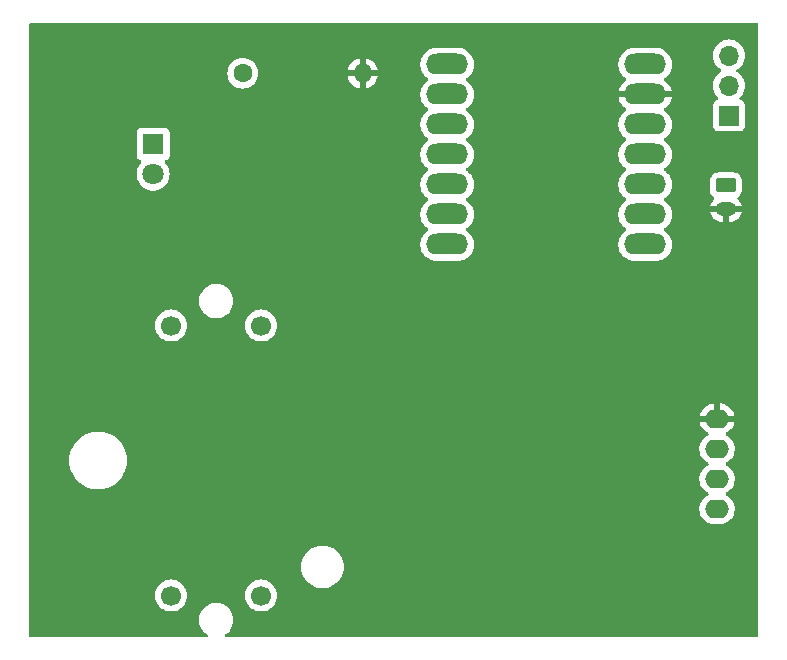
<source format=gbr>
%TF.GenerationSoftware,KiCad,Pcbnew,8.0.8*%
%TF.CreationDate,2025-02-27T00:02:59-08:00*%
%TF.ProjectId,Lab3v2,4c616233-7632-42e6-9b69-6361645f7063,V1*%
%TF.SameCoordinates,Original*%
%TF.FileFunction,Copper,L2,Bot*%
%TF.FilePolarity,Positive*%
%FSLAX46Y46*%
G04 Gerber Fmt 4.6, Leading zero omitted, Abs format (unit mm)*
G04 Created by KiCad (PCBNEW 8.0.8) date 2025-02-27 00:02:59*
%MOMM*%
%LPD*%
G01*
G04 APERTURE LIST*
G04 Aperture macros list*
%AMRoundRect*
0 Rectangle with rounded corners*
0 $1 Rounding radius*
0 $2 $3 $4 $5 $6 $7 $8 $9 X,Y pos of 4 corners*
0 Add a 4 corners polygon primitive as box body*
4,1,4,$2,$3,$4,$5,$6,$7,$8,$9,$2,$3,0*
0 Add four circle primitives for the rounded corners*
1,1,$1+$1,$2,$3*
1,1,$1+$1,$4,$5*
1,1,$1+$1,$6,$7*
1,1,$1+$1,$8,$9*
0 Add four rect primitives between the rounded corners*
20,1,$1+$1,$2,$3,$4,$5,0*
20,1,$1+$1,$4,$5,$6,$7,0*
20,1,$1+$1,$6,$7,$8,$9,0*
20,1,$1+$1,$8,$9,$2,$3,0*%
G04 Aperture macros list end*
%TA.AperFunction,ComponentPad*%
%ADD10R,1.800000X1.800000*%
%TD*%
%TA.AperFunction,ComponentPad*%
%ADD11C,1.800000*%
%TD*%
%TA.AperFunction,ComponentPad*%
%ADD12O,2.000000X1.600000*%
%TD*%
%TA.AperFunction,ComponentPad*%
%ADD13C,1.700000*%
%TD*%
%TA.AperFunction,ComponentPad*%
%ADD14C,1.600000*%
%TD*%
%TA.AperFunction,ComponentPad*%
%ADD15O,1.600000X1.600000*%
%TD*%
%TA.AperFunction,ComponentPad*%
%ADD16R,1.700000X1.700000*%
%TD*%
%TA.AperFunction,ComponentPad*%
%ADD17O,1.700000X1.700000*%
%TD*%
%TA.AperFunction,ComponentPad*%
%ADD18O,3.556000X1.778000*%
%TD*%
%TA.AperFunction,ComponentPad*%
%ADD19RoundRect,0.250000X-0.625000X0.350000X-0.625000X-0.350000X0.625000X-0.350000X0.625000X0.350000X0*%
%TD*%
%TA.AperFunction,ComponentPad*%
%ADD20O,1.750000X1.200000*%
%TD*%
G04 APERTURE END LIST*
D10*
%TO.P,D4,1,K*%
%TO.N,Net-(D4-K)*%
X117500000Y-82250000D03*
D11*
%TO.P,D4,2,A*%
%TO.N,Net-(D4-A)*%
X117500000Y-84790000D03*
%TD*%
D12*
%TO.P,Brd1,1,GND*%
%TO.N,GND*%
X165250000Y-105500000D03*
%TO.P,Brd1,2,VCC*%
%TO.N,Net-(Brd1-VCC)*%
X165250000Y-108040000D03*
%TO.P,Brd1,3,SCL*%
%TO.N,Net-(Brd1-SCL)*%
X165250000Y-110580000D03*
%TO.P,Brd1,4,SDA*%
%TO.N,Net-(Brd1-SDA)*%
X165250000Y-113120000D03*
%TD*%
D13*
%TO.P,M1,1*%
%TO.N,Net-(U3-PA02_A0_D0)*%
X119030000Y-97610000D03*
%TO.P,M1,2,-*%
%TO.N,Net-(M1--)*%
X126650000Y-97610000D03*
%TO.P,M1,3*%
%TO.N,Net-(U3-PA10_A2_D2)*%
X126650000Y-120470000D03*
%TO.P,M1,4*%
%TO.N,Net-(U3-PA11_A3_D3)*%
X119030000Y-120470000D03*
%TD*%
D14*
%TO.P,R5,1*%
%TO.N,Net-(D4-K)*%
X125090000Y-76250000D03*
D15*
%TO.P,R5,2*%
%TO.N,GND*%
X135250000Y-76250000D03*
%TD*%
D16*
%TO.P,SW1,1,A*%
%TO.N,Net-(BT1-+)*%
X166250000Y-79830000D03*
D17*
%TO.P,SW1,2,B*%
%TO.N,Net-(SW1-B)*%
X166250000Y-77290000D03*
%TO.P,SW1,3,C*%
%TO.N,unconnected-(SW1-C-Pad3)*%
X166250000Y-74750000D03*
%TD*%
D18*
%TO.P,U3,1,PA02_A0_D0*%
%TO.N,Net-(U3-PA02_A0_D0)*%
X142398000Y-75500000D03*
%TO.P,U3,2,PA4_A1_D1*%
%TO.N,Net-(M1--)*%
X142398000Y-78040000D03*
%TO.P,U3,3,PA10_A2_D2*%
%TO.N,Net-(U3-PA10_A2_D2)*%
X142398000Y-80580000D03*
%TO.P,U3,4,PA11_A3_D3*%
%TO.N,Net-(U3-PA11_A3_D3)*%
X142398000Y-83120000D03*
%TO.P,U3,5,PA8_A4_D4_SDA*%
%TO.N,Net-(Brd1-SDA)*%
X142398000Y-85660000D03*
%TO.P,U3,6,PA9_A5_D5_SCL*%
%TO.N,Net-(Brd1-SCL)*%
X142398000Y-88200000D03*
%TO.P,U3,7,PB08_A6_D6_TX*%
%TO.N,unconnected-(U3-PB08_A6_D6_TX-Pad7)*%
X142398000Y-90740000D03*
%TO.P,U3,8,5V*%
%TO.N,Net-(SW1-B)*%
X159162000Y-75500000D03*
%TO.P,U3,9,GND*%
%TO.N,GND*%
X159162000Y-78040000D03*
%TO.P,U3,10,3V3*%
%TO.N,Net-(Brd1-VCC)*%
X159162000Y-80580000D03*
%TO.P,U3,11,PA6_A10_D10_MOSI*%
%TO.N,Net-(D4-A)*%
X159162000Y-83120000D03*
%TO.P,U3,12,PA5_A9_D9_MISO*%
%TO.N,unconnected-(U3-PA5_A9_D9_MISO-Pad12)*%
X159162000Y-85660000D03*
%TO.P,U3,13,PA7_A8_D8_SCK*%
%TO.N,unconnected-(U3-PA7_A8_D8_SCK-Pad13)*%
X159162000Y-88200000D03*
%TO.P,U3,14,PB09_A7_D7_RX*%
%TO.N,unconnected-(U3-PB09_A7_D7_RX-Pad14)*%
X159162000Y-90740000D03*
%TD*%
D19*
%TO.P,BT1,1,+*%
%TO.N,Net-(BT1-+)*%
X166000000Y-85750000D03*
D20*
%TO.P,BT1,2,-*%
%TO.N,GND*%
X166000000Y-87750000D03*
%TD*%
%TA.AperFunction,Conductor*%
%TO.N,GND*%
G36*
X168692539Y-72020185D02*
G01*
X168738294Y-72072989D01*
X168749500Y-72124500D01*
X168749500Y-123875500D01*
X168729815Y-123942539D01*
X168677011Y-123988294D01*
X168625500Y-123999500D01*
X123680352Y-123999500D01*
X123613313Y-123979815D01*
X123567558Y-123927011D01*
X123557614Y-123857853D01*
X123586639Y-123794297D01*
X123621334Y-123766446D01*
X123636060Y-123758476D01*
X123636061Y-123758474D01*
X123636067Y-123758472D01*
X123825764Y-123610825D01*
X123988571Y-123433969D01*
X124120049Y-123232728D01*
X124216610Y-123012591D01*
X124275620Y-122779563D01*
X124295471Y-122540000D01*
X124275620Y-122300437D01*
X124216610Y-122067409D01*
X124120049Y-121847272D01*
X124105928Y-121825659D01*
X123988572Y-121646033D01*
X123988571Y-121646031D01*
X123825764Y-121469175D01*
X123825759Y-121469171D01*
X123825757Y-121469169D01*
X123636075Y-121321533D01*
X123636069Y-121321529D01*
X123424657Y-121207118D01*
X123424652Y-121207116D01*
X123197300Y-121129066D01*
X123019468Y-121099391D01*
X122960192Y-121089500D01*
X122719808Y-121089500D01*
X122672387Y-121097413D01*
X122482699Y-121129066D01*
X122255347Y-121207116D01*
X122255342Y-121207118D01*
X122043930Y-121321529D01*
X122043924Y-121321533D01*
X121854242Y-121469169D01*
X121854239Y-121469172D01*
X121691430Y-121646029D01*
X121691427Y-121646033D01*
X121559951Y-121847270D01*
X121463389Y-122067410D01*
X121404379Y-122300440D01*
X121384529Y-122539994D01*
X121384529Y-122540005D01*
X121404379Y-122779559D01*
X121463389Y-123012589D01*
X121559951Y-123232729D01*
X121691427Y-123433966D01*
X121691429Y-123433969D01*
X121854236Y-123610825D01*
X121854239Y-123610827D01*
X121854242Y-123610830D01*
X122043924Y-123758466D01*
X122043939Y-123758476D01*
X122058666Y-123766446D01*
X122108257Y-123815665D01*
X122123364Y-123883882D01*
X122099193Y-123949438D01*
X122043417Y-123991518D01*
X121999648Y-123999500D01*
X107124500Y-123999500D01*
X107057461Y-123979815D01*
X107011706Y-123927011D01*
X107000500Y-123875500D01*
X107000500Y-120469999D01*
X117674341Y-120469999D01*
X117674341Y-120470000D01*
X117694936Y-120705403D01*
X117694938Y-120705413D01*
X117756094Y-120933655D01*
X117756096Y-120933659D01*
X117756097Y-120933663D01*
X117828765Y-121089500D01*
X117855965Y-121147830D01*
X117855967Y-121147834D01*
X117964281Y-121302521D01*
X117991505Y-121341401D01*
X118158599Y-121508495D01*
X118255384Y-121576265D01*
X118352165Y-121644032D01*
X118352167Y-121644033D01*
X118352170Y-121644035D01*
X118566337Y-121743903D01*
X118794592Y-121805063D01*
X118982918Y-121821539D01*
X119029999Y-121825659D01*
X119030000Y-121825659D01*
X119030001Y-121825659D01*
X119069234Y-121822226D01*
X119265408Y-121805063D01*
X119493663Y-121743903D01*
X119707830Y-121644035D01*
X119901401Y-121508495D01*
X120068495Y-121341401D01*
X120204035Y-121147830D01*
X120303903Y-120933663D01*
X120365063Y-120705408D01*
X120385659Y-120470000D01*
X120385659Y-120469999D01*
X125294341Y-120469999D01*
X125294341Y-120470000D01*
X125314936Y-120705403D01*
X125314938Y-120705413D01*
X125376094Y-120933655D01*
X125376096Y-120933659D01*
X125376097Y-120933663D01*
X125448765Y-121089500D01*
X125475965Y-121147830D01*
X125475967Y-121147834D01*
X125584281Y-121302521D01*
X125611505Y-121341401D01*
X125778599Y-121508495D01*
X125875384Y-121576265D01*
X125972165Y-121644032D01*
X125972167Y-121644033D01*
X125972170Y-121644035D01*
X126186337Y-121743903D01*
X126414592Y-121805063D01*
X126602918Y-121821539D01*
X126649999Y-121825659D01*
X126650000Y-121825659D01*
X126650001Y-121825659D01*
X126689234Y-121822226D01*
X126885408Y-121805063D01*
X127113663Y-121743903D01*
X127327830Y-121644035D01*
X127521401Y-121508495D01*
X127688495Y-121341401D01*
X127824035Y-121147830D01*
X127923903Y-120933663D01*
X127985063Y-120705408D01*
X128005659Y-120470000D01*
X127985063Y-120234592D01*
X127923903Y-120006337D01*
X127824035Y-119792171D01*
X127774018Y-119720738D01*
X127688494Y-119598597D01*
X127521402Y-119431506D01*
X127521395Y-119431501D01*
X127327834Y-119295967D01*
X127327830Y-119295965D01*
X127268041Y-119268085D01*
X127113663Y-119196097D01*
X127113659Y-119196096D01*
X127113655Y-119196094D01*
X126885413Y-119134938D01*
X126885403Y-119134936D01*
X126650001Y-119114341D01*
X126649999Y-119114341D01*
X126414596Y-119134936D01*
X126414586Y-119134938D01*
X126186344Y-119196094D01*
X126186335Y-119196098D01*
X125972171Y-119295964D01*
X125972169Y-119295965D01*
X125778597Y-119431505D01*
X125611505Y-119598597D01*
X125475965Y-119792169D01*
X125475964Y-119792171D01*
X125376098Y-120006335D01*
X125376094Y-120006344D01*
X125314938Y-120234586D01*
X125314936Y-120234596D01*
X125294341Y-120469999D01*
X120385659Y-120469999D01*
X120365063Y-120234592D01*
X120303903Y-120006337D01*
X120204035Y-119792171D01*
X120154018Y-119720738D01*
X120068494Y-119598597D01*
X119901402Y-119431506D01*
X119901395Y-119431501D01*
X119707834Y-119295967D01*
X119707830Y-119295965D01*
X119648041Y-119268085D01*
X119493663Y-119196097D01*
X119493659Y-119196096D01*
X119493655Y-119196094D01*
X119265413Y-119134938D01*
X119265403Y-119134936D01*
X119030001Y-119114341D01*
X119029999Y-119114341D01*
X118794596Y-119134936D01*
X118794586Y-119134938D01*
X118566344Y-119196094D01*
X118566335Y-119196098D01*
X118352171Y-119295964D01*
X118352169Y-119295965D01*
X118158597Y-119431505D01*
X117991505Y-119598597D01*
X117855965Y-119792169D01*
X117855964Y-119792171D01*
X117756098Y-120006335D01*
X117756094Y-120006344D01*
X117694938Y-120234586D01*
X117694936Y-120234596D01*
X117674341Y-120469999D01*
X107000500Y-120469999D01*
X107000500Y-118039995D01*
X130034451Y-118039995D01*
X130034451Y-118040004D01*
X130054616Y-118309101D01*
X130114664Y-118572188D01*
X130114666Y-118572195D01*
X130213257Y-118823398D01*
X130348185Y-119057102D01*
X130459028Y-119196094D01*
X130516442Y-119268089D01*
X130692560Y-119431501D01*
X130714259Y-119451635D01*
X130937226Y-119603651D01*
X131180359Y-119720738D01*
X131438228Y-119800280D01*
X131438229Y-119800280D01*
X131438232Y-119800281D01*
X131705063Y-119840499D01*
X131705068Y-119840499D01*
X131705071Y-119840500D01*
X131705072Y-119840500D01*
X131974928Y-119840500D01*
X131974929Y-119840500D01*
X131974936Y-119840499D01*
X132241767Y-119800281D01*
X132241768Y-119800280D01*
X132241772Y-119800280D01*
X132499641Y-119720738D01*
X132742775Y-119603651D01*
X132965741Y-119451635D01*
X133133511Y-119295967D01*
X133163557Y-119268089D01*
X133163557Y-119268087D01*
X133163561Y-119268085D01*
X133331815Y-119057102D01*
X133466743Y-118823398D01*
X133565334Y-118572195D01*
X133625383Y-118309103D01*
X133645549Y-118040000D01*
X133625383Y-117770897D01*
X133565334Y-117507805D01*
X133466743Y-117256602D01*
X133331815Y-117022898D01*
X133163561Y-116811915D01*
X133163560Y-116811914D01*
X133163557Y-116811910D01*
X132965741Y-116628365D01*
X132742775Y-116476349D01*
X132742769Y-116476346D01*
X132742768Y-116476345D01*
X132742767Y-116476344D01*
X132499643Y-116359263D01*
X132499645Y-116359263D01*
X132241773Y-116279720D01*
X132241767Y-116279718D01*
X131974936Y-116239500D01*
X131974929Y-116239500D01*
X131705071Y-116239500D01*
X131705063Y-116239500D01*
X131438232Y-116279718D01*
X131438226Y-116279720D01*
X131180358Y-116359262D01*
X130937230Y-116476346D01*
X130714258Y-116628365D01*
X130516442Y-116811910D01*
X130348185Y-117022898D01*
X130213258Y-117256599D01*
X130213256Y-117256603D01*
X130114666Y-117507804D01*
X130114664Y-117507811D01*
X130054616Y-117770898D01*
X130034451Y-118039995D01*
X107000500Y-118039995D01*
X107000500Y-109039994D01*
X110384655Y-109039994D01*
X110384655Y-109040005D01*
X110404014Y-109347725D01*
X110404015Y-109347732D01*
X110461795Y-109650623D01*
X110557078Y-109943874D01*
X110557080Y-109943879D01*
X110688362Y-110222867D01*
X110688366Y-110222873D01*
X110853577Y-110483206D01*
X110853579Y-110483209D01*
X110853584Y-110483216D01*
X111018324Y-110682351D01*
X111050132Y-110720800D01*
X111274902Y-110931874D01*
X111274912Y-110931882D01*
X111524348Y-111113108D01*
X111524353Y-111113110D01*
X111524360Y-111113116D01*
X111794565Y-111261663D01*
X111794570Y-111261665D01*
X111794572Y-111261666D01*
X111794573Y-111261667D01*
X112081253Y-111375171D01*
X112081256Y-111375172D01*
X112283967Y-111427219D01*
X112379914Y-111451854D01*
X112444091Y-111459961D01*
X112685816Y-111490499D01*
X112685825Y-111490499D01*
X112685828Y-111490500D01*
X112685830Y-111490500D01*
X112994170Y-111490500D01*
X112994172Y-111490500D01*
X112994175Y-111490499D01*
X112994183Y-111490499D01*
X113176722Y-111467438D01*
X113300086Y-111451854D01*
X113598743Y-111375172D01*
X113598746Y-111375171D01*
X113885426Y-111261667D01*
X113885427Y-111261666D01*
X113885425Y-111261666D01*
X113885435Y-111261663D01*
X114155640Y-111113116D01*
X114405096Y-110931876D01*
X114629869Y-110720799D01*
X114826416Y-110483216D01*
X114991635Y-110222871D01*
X115122922Y-109943873D01*
X115218206Y-109650619D01*
X115275984Y-109347736D01*
X115278024Y-109315311D01*
X115295345Y-109040005D01*
X115295345Y-109039994D01*
X115275985Y-108732274D01*
X115275984Y-108732267D01*
X115275984Y-108732264D01*
X115218206Y-108429381D01*
X115122922Y-108136127D01*
X115122919Y-108136120D01*
X115029525Y-107937648D01*
X163749500Y-107937648D01*
X163749500Y-108142351D01*
X163781522Y-108344534D01*
X163844781Y-108539223D01*
X163937715Y-108721613D01*
X164058028Y-108887213D01*
X164202786Y-109031971D01*
X164357749Y-109144556D01*
X164368390Y-109152287D01*
X164459840Y-109198883D01*
X164461080Y-109199515D01*
X164511876Y-109247490D01*
X164528671Y-109315311D01*
X164506134Y-109381446D01*
X164461080Y-109420485D01*
X164368386Y-109467715D01*
X164202786Y-109588028D01*
X164058028Y-109732786D01*
X163937715Y-109898386D01*
X163844781Y-110080776D01*
X163781522Y-110275465D01*
X163749500Y-110477648D01*
X163749500Y-110682351D01*
X163781522Y-110884534D01*
X163844781Y-111079223D01*
X163937715Y-111261613D01*
X164058028Y-111427213D01*
X164202786Y-111571971D01*
X164357749Y-111684556D01*
X164368390Y-111692287D01*
X164459840Y-111738883D01*
X164461080Y-111739515D01*
X164511876Y-111787490D01*
X164528671Y-111855311D01*
X164506134Y-111921446D01*
X164461080Y-111960485D01*
X164368386Y-112007715D01*
X164202786Y-112128028D01*
X164058028Y-112272786D01*
X163937715Y-112438386D01*
X163844781Y-112620776D01*
X163781522Y-112815465D01*
X163749500Y-113017648D01*
X163749500Y-113222351D01*
X163781522Y-113424534D01*
X163844781Y-113619223D01*
X163937715Y-113801613D01*
X164058028Y-113967213D01*
X164202786Y-114111971D01*
X164357749Y-114224556D01*
X164368390Y-114232287D01*
X164484607Y-114291503D01*
X164550776Y-114325218D01*
X164550778Y-114325218D01*
X164550781Y-114325220D01*
X164655137Y-114359127D01*
X164745465Y-114388477D01*
X164846557Y-114404488D01*
X164947648Y-114420500D01*
X164947649Y-114420500D01*
X165552351Y-114420500D01*
X165552352Y-114420500D01*
X165754534Y-114388477D01*
X165949219Y-114325220D01*
X166131610Y-114232287D01*
X166224590Y-114164732D01*
X166297213Y-114111971D01*
X166297215Y-114111968D01*
X166297219Y-114111966D01*
X166441966Y-113967219D01*
X166441968Y-113967215D01*
X166441971Y-113967213D01*
X166494732Y-113894590D01*
X166562287Y-113801610D01*
X166655220Y-113619219D01*
X166718477Y-113424534D01*
X166750500Y-113222352D01*
X166750500Y-113017648D01*
X166718477Y-112815466D01*
X166655220Y-112620781D01*
X166655218Y-112620778D01*
X166655218Y-112620776D01*
X166621503Y-112554607D01*
X166562287Y-112438390D01*
X166554556Y-112427749D01*
X166441971Y-112272786D01*
X166297213Y-112128028D01*
X166131614Y-112007715D01*
X166125006Y-112004348D01*
X166038917Y-111960483D01*
X165988123Y-111912511D01*
X165971328Y-111844690D01*
X165993865Y-111778555D01*
X166038917Y-111739516D01*
X166131610Y-111692287D01*
X166152770Y-111676913D01*
X166297213Y-111571971D01*
X166297215Y-111571968D01*
X166297219Y-111571966D01*
X166441966Y-111427219D01*
X166441968Y-111427215D01*
X166441971Y-111427213D01*
X166494732Y-111354590D01*
X166562287Y-111261610D01*
X166655220Y-111079219D01*
X166718477Y-110884534D01*
X166750500Y-110682352D01*
X166750500Y-110477648D01*
X166718477Y-110275466D01*
X166701388Y-110222873D01*
X166689127Y-110185137D01*
X166655220Y-110080781D01*
X166655218Y-110080778D01*
X166655218Y-110080776D01*
X166621503Y-110014607D01*
X166562287Y-109898390D01*
X166554556Y-109887749D01*
X166441971Y-109732786D01*
X166297213Y-109588028D01*
X166131614Y-109467715D01*
X166125006Y-109464348D01*
X166038917Y-109420483D01*
X165988123Y-109372511D01*
X165971328Y-109304690D01*
X165993865Y-109238555D01*
X166038917Y-109199516D01*
X166131610Y-109152287D01*
X166152770Y-109136913D01*
X166297213Y-109031971D01*
X166297215Y-109031968D01*
X166297219Y-109031966D01*
X166441966Y-108887219D01*
X166441968Y-108887215D01*
X166441971Y-108887213D01*
X166504302Y-108801420D01*
X166562287Y-108721610D01*
X166655220Y-108539219D01*
X166718477Y-108344534D01*
X166750500Y-108142352D01*
X166750500Y-107937648D01*
X166718477Y-107735466D01*
X166655220Y-107540781D01*
X166655218Y-107540778D01*
X166655218Y-107540776D01*
X166621503Y-107474607D01*
X166562287Y-107358390D01*
X166554556Y-107347749D01*
X166441971Y-107192786D01*
X166297213Y-107048028D01*
X166131611Y-106927713D01*
X166038369Y-106880203D01*
X165987574Y-106832229D01*
X165970779Y-106764407D01*
X165993317Y-106698273D01*
X166038371Y-106659234D01*
X166131347Y-106611861D01*
X166296894Y-106491582D01*
X166296895Y-106491582D01*
X166441582Y-106346895D01*
X166441582Y-106346894D01*
X166561859Y-106181349D01*
X166654755Y-105999029D01*
X166717990Y-105804413D01*
X166726609Y-105750000D01*
X165683012Y-105750000D01*
X165715925Y-105692993D01*
X165750000Y-105565826D01*
X165750000Y-105434174D01*
X165715925Y-105307007D01*
X165683012Y-105250000D01*
X166726609Y-105250000D01*
X166717990Y-105195586D01*
X166654755Y-105000970D01*
X166561859Y-104818650D01*
X166441582Y-104653105D01*
X166441582Y-104653104D01*
X166296895Y-104508417D01*
X166131349Y-104388140D01*
X165949031Y-104295244D01*
X165754417Y-104232009D01*
X165552317Y-104200000D01*
X165500000Y-104200000D01*
X165500000Y-105066988D01*
X165442993Y-105034075D01*
X165315826Y-105000000D01*
X165184174Y-105000000D01*
X165057007Y-105034075D01*
X165000000Y-105066988D01*
X165000000Y-104200000D01*
X164947683Y-104200000D01*
X164745582Y-104232009D01*
X164550968Y-104295244D01*
X164368650Y-104388140D01*
X164203105Y-104508417D01*
X164203104Y-104508417D01*
X164058417Y-104653104D01*
X164058417Y-104653105D01*
X163938140Y-104818650D01*
X163845244Y-105000970D01*
X163782009Y-105195586D01*
X163773391Y-105250000D01*
X164816988Y-105250000D01*
X164784075Y-105307007D01*
X164750000Y-105434174D01*
X164750000Y-105565826D01*
X164784075Y-105692993D01*
X164816988Y-105750000D01*
X163773391Y-105750000D01*
X163782009Y-105804413D01*
X163845244Y-105999029D01*
X163938140Y-106181349D01*
X164058417Y-106346894D01*
X164058417Y-106346895D01*
X164203104Y-106491582D01*
X164368652Y-106611861D01*
X164461628Y-106659234D01*
X164512425Y-106707208D01*
X164529220Y-106775029D01*
X164506683Y-106841164D01*
X164461630Y-106880203D01*
X164368388Y-106927713D01*
X164202786Y-107048028D01*
X164058028Y-107192786D01*
X163937715Y-107358386D01*
X163844781Y-107540776D01*
X163781522Y-107735465D01*
X163749500Y-107937648D01*
X115029525Y-107937648D01*
X114991637Y-107857132D01*
X114991633Y-107857126D01*
X114826422Y-107596793D01*
X114826420Y-107596791D01*
X114826416Y-107596784D01*
X114629869Y-107359201D01*
X114629005Y-107358390D01*
X114405097Y-107148125D01*
X114405087Y-107148117D01*
X114155651Y-106966891D01*
X114155644Y-106966886D01*
X114155640Y-106966884D01*
X113885435Y-106818337D01*
X113885432Y-106818335D01*
X113885427Y-106818333D01*
X113885426Y-106818332D01*
X113598746Y-106704828D01*
X113598743Y-106704827D01*
X113300089Y-106628146D01*
X113300076Y-106628144D01*
X112994183Y-106589500D01*
X112994172Y-106589500D01*
X112685828Y-106589500D01*
X112685816Y-106589500D01*
X112379923Y-106628144D01*
X112379910Y-106628146D01*
X112081256Y-106704827D01*
X112081253Y-106704828D01*
X111794573Y-106818332D01*
X111794572Y-106818333D01*
X111524360Y-106966884D01*
X111524348Y-106966891D01*
X111274912Y-107148117D01*
X111274902Y-107148125D01*
X111050132Y-107359199D01*
X110853577Y-107596793D01*
X110688366Y-107857126D01*
X110688362Y-107857132D01*
X110557080Y-108136120D01*
X110557078Y-108136125D01*
X110461795Y-108429376D01*
X110404015Y-108732267D01*
X110404014Y-108732274D01*
X110384655Y-109039994D01*
X107000500Y-109039994D01*
X107000500Y-97609999D01*
X117674341Y-97609999D01*
X117674341Y-97610000D01*
X117694936Y-97845403D01*
X117694938Y-97845413D01*
X117756094Y-98073655D01*
X117756096Y-98073659D01*
X117756097Y-98073663D01*
X117855965Y-98287830D01*
X117855967Y-98287834D01*
X117964281Y-98442521D01*
X117991505Y-98481401D01*
X118158599Y-98648495D01*
X118255384Y-98716265D01*
X118352165Y-98784032D01*
X118352167Y-98784033D01*
X118352170Y-98784035D01*
X118566337Y-98883903D01*
X118794592Y-98945063D01*
X118982918Y-98961539D01*
X119029999Y-98965659D01*
X119030000Y-98965659D01*
X119030001Y-98965659D01*
X119069234Y-98962226D01*
X119265408Y-98945063D01*
X119493663Y-98883903D01*
X119707830Y-98784035D01*
X119901401Y-98648495D01*
X120068495Y-98481401D01*
X120204035Y-98287830D01*
X120303903Y-98073663D01*
X120365063Y-97845408D01*
X120385659Y-97610000D01*
X120385659Y-97609999D01*
X125294341Y-97609999D01*
X125294341Y-97610000D01*
X125314936Y-97845403D01*
X125314938Y-97845413D01*
X125376094Y-98073655D01*
X125376096Y-98073659D01*
X125376097Y-98073663D01*
X125475965Y-98287830D01*
X125475967Y-98287834D01*
X125584281Y-98442521D01*
X125611505Y-98481401D01*
X125778599Y-98648495D01*
X125875384Y-98716265D01*
X125972165Y-98784032D01*
X125972167Y-98784033D01*
X125972170Y-98784035D01*
X126186337Y-98883903D01*
X126414592Y-98945063D01*
X126602918Y-98961539D01*
X126649999Y-98965659D01*
X126650000Y-98965659D01*
X126650001Y-98965659D01*
X126689234Y-98962226D01*
X126885408Y-98945063D01*
X127113663Y-98883903D01*
X127327830Y-98784035D01*
X127521401Y-98648495D01*
X127688495Y-98481401D01*
X127824035Y-98287830D01*
X127923903Y-98073663D01*
X127985063Y-97845408D01*
X128005659Y-97610000D01*
X127985063Y-97374592D01*
X127923903Y-97146337D01*
X127824035Y-96932171D01*
X127782522Y-96872883D01*
X127688494Y-96738597D01*
X127521402Y-96571506D01*
X127521395Y-96571501D01*
X127327834Y-96435967D01*
X127327830Y-96435965D01*
X127323543Y-96433966D01*
X127113663Y-96336097D01*
X127113659Y-96336096D01*
X127113655Y-96336094D01*
X126885413Y-96274938D01*
X126885403Y-96274936D01*
X126650001Y-96254341D01*
X126649999Y-96254341D01*
X126414596Y-96274936D01*
X126414586Y-96274938D01*
X126186344Y-96336094D01*
X126186335Y-96336098D01*
X125972171Y-96435964D01*
X125972169Y-96435965D01*
X125778597Y-96571505D01*
X125611505Y-96738597D01*
X125475965Y-96932169D01*
X125475964Y-96932171D01*
X125376098Y-97146335D01*
X125376094Y-97146344D01*
X125314938Y-97374586D01*
X125314936Y-97374596D01*
X125294341Y-97609999D01*
X120385659Y-97609999D01*
X120365063Y-97374592D01*
X120303903Y-97146337D01*
X120204035Y-96932171D01*
X120162522Y-96872883D01*
X120068494Y-96738597D01*
X119901402Y-96571506D01*
X119901395Y-96571501D01*
X119707834Y-96435967D01*
X119707830Y-96435965D01*
X119703543Y-96433966D01*
X119493663Y-96336097D01*
X119493659Y-96336096D01*
X119493655Y-96336094D01*
X119265413Y-96274938D01*
X119265403Y-96274936D01*
X119030001Y-96254341D01*
X119029999Y-96254341D01*
X118794596Y-96274936D01*
X118794586Y-96274938D01*
X118566344Y-96336094D01*
X118566335Y-96336098D01*
X118352171Y-96435964D01*
X118352169Y-96435965D01*
X118158597Y-96571505D01*
X117991505Y-96738597D01*
X117855965Y-96932169D01*
X117855964Y-96932171D01*
X117756098Y-97146335D01*
X117756094Y-97146344D01*
X117694938Y-97374586D01*
X117694936Y-97374596D01*
X117674341Y-97609999D01*
X107000500Y-97609999D01*
X107000500Y-95539994D01*
X121384529Y-95539994D01*
X121384529Y-95540005D01*
X121404379Y-95779559D01*
X121463389Y-96012589D01*
X121559951Y-96232729D01*
X121627486Y-96336098D01*
X121691429Y-96433969D01*
X121854236Y-96610825D01*
X121854239Y-96610827D01*
X121854242Y-96610830D01*
X122043924Y-96758466D01*
X122043930Y-96758470D01*
X122043933Y-96758472D01*
X122255344Y-96872882D01*
X122255347Y-96872883D01*
X122482699Y-96950933D01*
X122482701Y-96950933D01*
X122482703Y-96950934D01*
X122719808Y-96990500D01*
X122719809Y-96990500D01*
X122960191Y-96990500D01*
X122960192Y-96990500D01*
X123197297Y-96950934D01*
X123424656Y-96872882D01*
X123636067Y-96758472D01*
X123661603Y-96738597D01*
X123699768Y-96708891D01*
X123825764Y-96610825D01*
X123988571Y-96433969D01*
X124120049Y-96232728D01*
X124216610Y-96012591D01*
X124275620Y-95779563D01*
X124295471Y-95540000D01*
X124275620Y-95300437D01*
X124216610Y-95067409D01*
X124120049Y-94847272D01*
X123988571Y-94646031D01*
X123825764Y-94469175D01*
X123825759Y-94469171D01*
X123825757Y-94469169D01*
X123636075Y-94321533D01*
X123636069Y-94321529D01*
X123424657Y-94207118D01*
X123424652Y-94207116D01*
X123197300Y-94129066D01*
X123019468Y-94099391D01*
X122960192Y-94089500D01*
X122719808Y-94089500D01*
X122672387Y-94097413D01*
X122482699Y-94129066D01*
X122255347Y-94207116D01*
X122255342Y-94207118D01*
X122043930Y-94321529D01*
X122043924Y-94321533D01*
X121854242Y-94469169D01*
X121854239Y-94469172D01*
X121691430Y-94646029D01*
X121691427Y-94646033D01*
X121559951Y-94847270D01*
X121463389Y-95067410D01*
X121404379Y-95300440D01*
X121384529Y-95539994D01*
X107000500Y-95539994D01*
X107000500Y-84789993D01*
X116094700Y-84789993D01*
X116094700Y-84790006D01*
X116113864Y-85021297D01*
X116113866Y-85021308D01*
X116170842Y-85246300D01*
X116264075Y-85458848D01*
X116391016Y-85653147D01*
X116391019Y-85653151D01*
X116391021Y-85653153D01*
X116548216Y-85823913D01*
X116548219Y-85823915D01*
X116548222Y-85823918D01*
X116731365Y-85966464D01*
X116731371Y-85966468D01*
X116731374Y-85966470D01*
X116935497Y-86076936D01*
X117049487Y-86116068D01*
X117155015Y-86152297D01*
X117155017Y-86152297D01*
X117155019Y-86152298D01*
X117383951Y-86190500D01*
X117383952Y-86190500D01*
X117616048Y-86190500D01*
X117616049Y-86190500D01*
X117844981Y-86152298D01*
X118064503Y-86076936D01*
X118268626Y-85966470D01*
X118451784Y-85823913D01*
X118608979Y-85653153D01*
X118735924Y-85458849D01*
X118829157Y-85246300D01*
X118886134Y-85021305D01*
X118886135Y-85021297D01*
X118905300Y-84790006D01*
X118905300Y-84789993D01*
X118886135Y-84558702D01*
X118886133Y-84558691D01*
X118829157Y-84333699D01*
X118735924Y-84121151D01*
X118608983Y-83926852D01*
X118608980Y-83926849D01*
X118608979Y-83926847D01*
X118514195Y-83823884D01*
X118483275Y-83761232D01*
X118491135Y-83691806D01*
X118535283Y-83637651D01*
X118562095Y-83623722D01*
X118642326Y-83593798D01*
X118642326Y-83593797D01*
X118642331Y-83593796D01*
X118757546Y-83507546D01*
X118843796Y-83392331D01*
X118894091Y-83257483D01*
X118900500Y-83197873D01*
X118900499Y-81302128D01*
X118894091Y-81242517D01*
X118870959Y-81180498D01*
X118843797Y-81107671D01*
X118843793Y-81107664D01*
X118757547Y-80992455D01*
X118757544Y-80992452D01*
X118642335Y-80906206D01*
X118642328Y-80906202D01*
X118507482Y-80855908D01*
X118507483Y-80855908D01*
X118447883Y-80849501D01*
X118447881Y-80849500D01*
X118447873Y-80849500D01*
X118447864Y-80849500D01*
X116552129Y-80849500D01*
X116552123Y-80849501D01*
X116492516Y-80855908D01*
X116357671Y-80906202D01*
X116357664Y-80906206D01*
X116242455Y-80992452D01*
X116242452Y-80992455D01*
X116156206Y-81107664D01*
X116156202Y-81107671D01*
X116105908Y-81242517D01*
X116099501Y-81302116D01*
X116099501Y-81302123D01*
X116099500Y-81302135D01*
X116099500Y-83197870D01*
X116099501Y-83197876D01*
X116105908Y-83257483D01*
X116156202Y-83392328D01*
X116156206Y-83392335D01*
X116242452Y-83507544D01*
X116242455Y-83507547D01*
X116357664Y-83593793D01*
X116357673Y-83593798D01*
X116437904Y-83623722D01*
X116493838Y-83665593D01*
X116518256Y-83731057D01*
X116503405Y-83799330D01*
X116485802Y-83823886D01*
X116391019Y-83926849D01*
X116264075Y-84121151D01*
X116170842Y-84333699D01*
X116113866Y-84558691D01*
X116113864Y-84558702D01*
X116094700Y-84789993D01*
X107000500Y-84789993D01*
X107000500Y-76249998D01*
X123784532Y-76249998D01*
X123784532Y-76250001D01*
X123804364Y-76476686D01*
X123804366Y-76476697D01*
X123863258Y-76696488D01*
X123863261Y-76696497D01*
X123959431Y-76902732D01*
X123959432Y-76902734D01*
X124089954Y-77089141D01*
X124250858Y-77250045D01*
X124250861Y-77250047D01*
X124437266Y-77380568D01*
X124643504Y-77476739D01*
X124863308Y-77535635D01*
X125025230Y-77549801D01*
X125089998Y-77555468D01*
X125090000Y-77555468D01*
X125090002Y-77555468D01*
X125146673Y-77550509D01*
X125316692Y-77535635D01*
X125536496Y-77476739D01*
X125742734Y-77380568D01*
X125929139Y-77250047D01*
X126090047Y-77089139D01*
X126220568Y-76902734D01*
X126316739Y-76696496D01*
X126375635Y-76476692D01*
X126395468Y-76250000D01*
X126375635Y-76023308D01*
X126369389Y-75999999D01*
X133971127Y-75999999D01*
X133971128Y-76000000D01*
X134934314Y-76000000D01*
X134929920Y-76004394D01*
X134877259Y-76095606D01*
X134850000Y-76197339D01*
X134850000Y-76302661D01*
X134877259Y-76404394D01*
X134929920Y-76495606D01*
X134934314Y-76500000D01*
X133971128Y-76500000D01*
X134023730Y-76696317D01*
X134023734Y-76696326D01*
X134119865Y-76902482D01*
X134250342Y-77088820D01*
X134411179Y-77249657D01*
X134597517Y-77380134D01*
X134803673Y-77476265D01*
X134803682Y-77476269D01*
X134999999Y-77528872D01*
X135000000Y-77528871D01*
X135000000Y-76565686D01*
X135004394Y-76570080D01*
X135095606Y-76622741D01*
X135197339Y-76650000D01*
X135302661Y-76650000D01*
X135404394Y-76622741D01*
X135495606Y-76570080D01*
X135500000Y-76565686D01*
X135500000Y-77528872D01*
X135696317Y-77476269D01*
X135696326Y-77476265D01*
X135902482Y-77380134D01*
X136088820Y-77249657D01*
X136249657Y-77088820D01*
X136380134Y-76902482D01*
X136476265Y-76696326D01*
X136476269Y-76696317D01*
X136528872Y-76500000D01*
X135565686Y-76500000D01*
X135570080Y-76495606D01*
X135622741Y-76404394D01*
X135650000Y-76302661D01*
X135650000Y-76197339D01*
X135622741Y-76095606D01*
X135570080Y-76004394D01*
X135565686Y-76000000D01*
X136528872Y-76000000D01*
X136528872Y-75999999D01*
X136476269Y-75803682D01*
X136476265Y-75803673D01*
X136380134Y-75597517D01*
X136249657Y-75411179D01*
X136229116Y-75390638D01*
X140119500Y-75390638D01*
X140119500Y-75609361D01*
X140153714Y-75825376D01*
X140221297Y-76033380D01*
X140221298Y-76033383D01*
X140253003Y-76095606D01*
X140304839Y-76197339D01*
X140320595Y-76228260D01*
X140449142Y-76405193D01*
X140603806Y-76559857D01*
X140754969Y-76669682D01*
X140797635Y-76725011D01*
X140803614Y-76794625D01*
X140771009Y-76856420D01*
X140754969Y-76870318D01*
X140603806Y-76980142D01*
X140449142Y-77134806D01*
X140320595Y-77311739D01*
X140221298Y-77506616D01*
X140221297Y-77506619D01*
X140153714Y-77714623D01*
X140119500Y-77930638D01*
X140119500Y-78149361D01*
X140153714Y-78365376D01*
X140221297Y-78573380D01*
X140221298Y-78573383D01*
X140288782Y-78705825D01*
X140320461Y-78767998D01*
X140320595Y-78768260D01*
X140449142Y-78945193D01*
X140603806Y-79099857D01*
X140754969Y-79209682D01*
X140797635Y-79265011D01*
X140803614Y-79334625D01*
X140771009Y-79396420D01*
X140754969Y-79410318D01*
X140603806Y-79520142D01*
X140449142Y-79674806D01*
X140320595Y-79851739D01*
X140221298Y-80046616D01*
X140221297Y-80046619D01*
X140153714Y-80254623D01*
X140119500Y-80470638D01*
X140119500Y-80689361D01*
X140153714Y-80905376D01*
X140221297Y-81113380D01*
X140221298Y-81113383D01*
X140255497Y-81180500D01*
X140317470Y-81302128D01*
X140320595Y-81308260D01*
X140449142Y-81485193D01*
X140603806Y-81639857D01*
X140754969Y-81749682D01*
X140797635Y-81805011D01*
X140803614Y-81874625D01*
X140771009Y-81936420D01*
X140754969Y-81950318D01*
X140603806Y-82060142D01*
X140449142Y-82214806D01*
X140320595Y-82391739D01*
X140221298Y-82586616D01*
X140221297Y-82586619D01*
X140153714Y-82794623D01*
X140119500Y-83010638D01*
X140119500Y-83229361D01*
X140153714Y-83445376D01*
X140221297Y-83653380D01*
X140221298Y-83653383D01*
X140276251Y-83761232D01*
X140308175Y-83823886D01*
X140320595Y-83848260D01*
X140449142Y-84025193D01*
X140603806Y-84179857D01*
X140754969Y-84289682D01*
X140797635Y-84345011D01*
X140803614Y-84414625D01*
X140771009Y-84476420D01*
X140754969Y-84490318D01*
X140603806Y-84600142D01*
X140449142Y-84754806D01*
X140320595Y-84931739D01*
X140221298Y-85126616D01*
X140221297Y-85126619D01*
X140153714Y-85334623D01*
X140119500Y-85550638D01*
X140119500Y-85769361D01*
X140153714Y-85985376D01*
X140221297Y-86193380D01*
X140221298Y-86193383D01*
X140320595Y-86388260D01*
X140449142Y-86565193D01*
X140603806Y-86719857D01*
X140754969Y-86829682D01*
X140797635Y-86885011D01*
X140803614Y-86954625D01*
X140771009Y-87016420D01*
X140754969Y-87030318D01*
X140603806Y-87140142D01*
X140449142Y-87294806D01*
X140320595Y-87471739D01*
X140221298Y-87666616D01*
X140221297Y-87666619D01*
X140153714Y-87874623D01*
X140119500Y-88090638D01*
X140119500Y-88309361D01*
X140153714Y-88525376D01*
X140221297Y-88733380D01*
X140221298Y-88733383D01*
X140320595Y-88928260D01*
X140449142Y-89105193D01*
X140603806Y-89259857D01*
X140754969Y-89369682D01*
X140797635Y-89425011D01*
X140803614Y-89494625D01*
X140771009Y-89556420D01*
X140754969Y-89570318D01*
X140603806Y-89680142D01*
X140449142Y-89834806D01*
X140320595Y-90011739D01*
X140221298Y-90206616D01*
X140221297Y-90206619D01*
X140153714Y-90414623D01*
X140119500Y-90630638D01*
X140119500Y-90849361D01*
X140153714Y-91065376D01*
X140221297Y-91273380D01*
X140221298Y-91273383D01*
X140320595Y-91468260D01*
X140449142Y-91645193D01*
X140603806Y-91799857D01*
X140769374Y-91920147D01*
X140780743Y-91928407D01*
X140908132Y-91993315D01*
X140975616Y-92027701D01*
X140975619Y-92027702D01*
X141079621Y-92061493D01*
X141183625Y-92095286D01*
X141283672Y-92111132D01*
X141399639Y-92129500D01*
X141399644Y-92129500D01*
X143396361Y-92129500D01*
X143501082Y-92112912D01*
X143612375Y-92095286D01*
X143820383Y-92027701D01*
X144015257Y-91928407D01*
X144114601Y-91856229D01*
X144192193Y-91799857D01*
X144192195Y-91799854D01*
X144192199Y-91799852D01*
X144346852Y-91645199D01*
X144346854Y-91645195D01*
X144346857Y-91645193D01*
X144403229Y-91567601D01*
X144475407Y-91468257D01*
X144574701Y-91273383D01*
X144642286Y-91065375D01*
X144659912Y-90954082D01*
X144676500Y-90849361D01*
X144676500Y-90630638D01*
X144656595Y-90504971D01*
X144642286Y-90414625D01*
X144574701Y-90206617D01*
X144574701Y-90206616D01*
X144540315Y-90139132D01*
X144475407Y-90011743D01*
X144467147Y-90000374D01*
X144346857Y-89834806D01*
X144192199Y-89680148D01*
X144192191Y-89680142D01*
X144041028Y-89570316D01*
X143998364Y-89514989D01*
X143992385Y-89445376D01*
X144024990Y-89383580D01*
X144041023Y-89369686D01*
X144192199Y-89259852D01*
X144346852Y-89105199D01*
X144346854Y-89105195D01*
X144346857Y-89105193D01*
X144403229Y-89027601D01*
X144475407Y-88928257D01*
X144574701Y-88733383D01*
X144642286Y-88525375D01*
X144659912Y-88414082D01*
X144676500Y-88309361D01*
X144676500Y-88090638D01*
X144656595Y-87964971D01*
X144642286Y-87874625D01*
X144608493Y-87770621D01*
X144574702Y-87666619D01*
X144574701Y-87666616D01*
X144499865Y-87519745D01*
X144475407Y-87471743D01*
X144405120Y-87375000D01*
X144346857Y-87294806D01*
X144192199Y-87140148D01*
X144192191Y-87140142D01*
X144041028Y-87030316D01*
X143998364Y-86974989D01*
X143992385Y-86905376D01*
X144024990Y-86843580D01*
X144041023Y-86829686D01*
X144192199Y-86719852D01*
X144346852Y-86565199D01*
X144346854Y-86565195D01*
X144346857Y-86565193D01*
X144403229Y-86487601D01*
X144475407Y-86388257D01*
X144574701Y-86193383D01*
X144642286Y-85985375D01*
X144659912Y-85874082D01*
X144676500Y-85769361D01*
X144676500Y-85550638D01*
X144656595Y-85424971D01*
X144642286Y-85334625D01*
X144574701Y-85126617D01*
X144574701Y-85126616D01*
X144521037Y-85021297D01*
X144475407Y-84931743D01*
X144384987Y-84807289D01*
X144346857Y-84754806D01*
X144192199Y-84600148D01*
X144135143Y-84558695D01*
X144041028Y-84490316D01*
X143998364Y-84434989D01*
X143992385Y-84365376D01*
X144024990Y-84303580D01*
X144041023Y-84289686D01*
X144192199Y-84179852D01*
X144346852Y-84025199D01*
X144346854Y-84025195D01*
X144346857Y-84025193D01*
X144418308Y-83926847D01*
X144475407Y-83848257D01*
X144574701Y-83653383D01*
X144642286Y-83445375D01*
X144659912Y-83334082D01*
X144676500Y-83229361D01*
X144676500Y-83010638D01*
X144656595Y-82884971D01*
X144642286Y-82794625D01*
X144574701Y-82586617D01*
X144574701Y-82586616D01*
X144540315Y-82519132D01*
X144475407Y-82391743D01*
X144467147Y-82380374D01*
X144346857Y-82214806D01*
X144192199Y-82060148D01*
X144192191Y-82060142D01*
X144041028Y-81950316D01*
X143998364Y-81894989D01*
X143992385Y-81825376D01*
X144024990Y-81763580D01*
X144041023Y-81749686D01*
X144192199Y-81639852D01*
X144346852Y-81485199D01*
X144346854Y-81485195D01*
X144346857Y-81485193D01*
X144403229Y-81407601D01*
X144475407Y-81308257D01*
X144574701Y-81113383D01*
X144642286Y-80905375D01*
X144670398Y-80727883D01*
X144676500Y-80689361D01*
X144676500Y-80470638D01*
X144656595Y-80344971D01*
X144642286Y-80254625D01*
X144574701Y-80046617D01*
X144574701Y-80046616D01*
X144540315Y-79979132D01*
X144475407Y-79851743D01*
X144467147Y-79840374D01*
X144346857Y-79674806D01*
X144192199Y-79520148D01*
X144192191Y-79520142D01*
X144041028Y-79410316D01*
X143998364Y-79354989D01*
X143992385Y-79285376D01*
X144024990Y-79223580D01*
X144041023Y-79209686D01*
X144192199Y-79099852D01*
X144346852Y-78945199D01*
X144346854Y-78945195D01*
X144346857Y-78945193D01*
X144403229Y-78867601D01*
X144475407Y-78768257D01*
X144574701Y-78573383D01*
X144642286Y-78365375D01*
X144662764Y-78236081D01*
X144676500Y-78149361D01*
X144676500Y-77930638D01*
X144648469Y-77753663D01*
X144642286Y-77714625D01*
X144594197Y-77566619D01*
X144574702Y-77506619D01*
X144574701Y-77506616D01*
X144510475Y-77380568D01*
X144475407Y-77311743D01*
X144430583Y-77250047D01*
X144346857Y-77134806D01*
X144192199Y-76980148D01*
X144192191Y-76980142D01*
X144041028Y-76870316D01*
X143998364Y-76814989D01*
X143992385Y-76745376D01*
X144024990Y-76683580D01*
X144041023Y-76669686D01*
X144192199Y-76559852D01*
X144346852Y-76405199D01*
X144346854Y-76405195D01*
X144346857Y-76405193D01*
X144403229Y-76327601D01*
X144475407Y-76228257D01*
X144574701Y-76033383D01*
X144642286Y-75825375D01*
X144659912Y-75714082D01*
X144676500Y-75609361D01*
X144676500Y-75390638D01*
X156883500Y-75390638D01*
X156883500Y-75609361D01*
X156917714Y-75825376D01*
X156985297Y-76033380D01*
X156985298Y-76033383D01*
X157017003Y-76095606D01*
X157068839Y-76197339D01*
X157084595Y-76228260D01*
X157213142Y-76405193D01*
X157367802Y-76559853D01*
X157367807Y-76559857D01*
X157519394Y-76669991D01*
X157562060Y-76725320D01*
X157568039Y-76794934D01*
X157535434Y-76856729D01*
X157519394Y-76870627D01*
X157368133Y-76980524D01*
X157368128Y-76980528D01*
X157213528Y-77135128D01*
X157213524Y-77135133D01*
X157085023Y-77312001D01*
X156985762Y-77506808D01*
X156985761Y-77506811D01*
X156918201Y-77714741D01*
X156906282Y-77790000D01*
X157957749Y-77790000D01*
X157926619Y-77843919D01*
X157892000Y-77973120D01*
X157892000Y-78106880D01*
X157926619Y-78236081D01*
X157957749Y-78290000D01*
X156906282Y-78290000D01*
X156918201Y-78365258D01*
X156985761Y-78573188D01*
X156985762Y-78573191D01*
X157085023Y-78767998D01*
X157213524Y-78944866D01*
X157213528Y-78944871D01*
X157368128Y-79099471D01*
X157368133Y-79099475D01*
X157519394Y-79209372D01*
X157562060Y-79264701D01*
X157568039Y-79334315D01*
X157535434Y-79396110D01*
X157519394Y-79410008D01*
X157367807Y-79520142D01*
X157367802Y-79520146D01*
X157213142Y-79674806D01*
X157084595Y-79851739D01*
X156985298Y-80046616D01*
X156985297Y-80046619D01*
X156917714Y-80254623D01*
X156883500Y-80470638D01*
X156883500Y-80689361D01*
X156917714Y-80905376D01*
X156985297Y-81113380D01*
X156985298Y-81113383D01*
X157019497Y-81180500D01*
X157081470Y-81302128D01*
X157084595Y-81308260D01*
X157213142Y-81485193D01*
X157367806Y-81639857D01*
X157518969Y-81749682D01*
X157561635Y-81805011D01*
X157567614Y-81874625D01*
X157535009Y-81936420D01*
X157518969Y-81950318D01*
X157367806Y-82060142D01*
X157213142Y-82214806D01*
X157084595Y-82391739D01*
X156985298Y-82586616D01*
X156985297Y-82586619D01*
X156917714Y-82794623D01*
X156883500Y-83010638D01*
X156883500Y-83229361D01*
X156917714Y-83445376D01*
X156985297Y-83653380D01*
X156985298Y-83653383D01*
X157040251Y-83761232D01*
X157072175Y-83823886D01*
X157084595Y-83848260D01*
X157213142Y-84025193D01*
X157367806Y-84179857D01*
X157518969Y-84289682D01*
X157561635Y-84345011D01*
X157567614Y-84414625D01*
X157535009Y-84476420D01*
X157518969Y-84490318D01*
X157367806Y-84600142D01*
X157213142Y-84754806D01*
X157084595Y-84931739D01*
X156985298Y-85126616D01*
X156985297Y-85126619D01*
X156917714Y-85334623D01*
X156883500Y-85550638D01*
X156883500Y-85769361D01*
X156917714Y-85985376D01*
X156985297Y-86193380D01*
X156985298Y-86193383D01*
X157084595Y-86388260D01*
X157213142Y-86565193D01*
X157367806Y-86719857D01*
X157518969Y-86829682D01*
X157561635Y-86885011D01*
X157567614Y-86954625D01*
X157535009Y-87016420D01*
X157518969Y-87030318D01*
X157367806Y-87140142D01*
X157213142Y-87294806D01*
X157084595Y-87471739D01*
X156985298Y-87666616D01*
X156985297Y-87666619D01*
X156917714Y-87874623D01*
X156883500Y-88090638D01*
X156883500Y-88309361D01*
X156917714Y-88525376D01*
X156985297Y-88733380D01*
X156985298Y-88733383D01*
X157084595Y-88928260D01*
X157213142Y-89105193D01*
X157367806Y-89259857D01*
X157518969Y-89369682D01*
X157561635Y-89425011D01*
X157567614Y-89494625D01*
X157535009Y-89556420D01*
X157518969Y-89570318D01*
X157367806Y-89680142D01*
X157213142Y-89834806D01*
X157084595Y-90011739D01*
X156985298Y-90206616D01*
X156985297Y-90206619D01*
X156917714Y-90414623D01*
X156883500Y-90630638D01*
X156883500Y-90849361D01*
X156917714Y-91065376D01*
X156985297Y-91273380D01*
X156985298Y-91273383D01*
X157084595Y-91468260D01*
X157213142Y-91645193D01*
X157367806Y-91799857D01*
X157533374Y-91920147D01*
X157544743Y-91928407D01*
X157672132Y-91993315D01*
X157739616Y-92027701D01*
X157739619Y-92027702D01*
X157843621Y-92061493D01*
X157947625Y-92095286D01*
X158047672Y-92111132D01*
X158163639Y-92129500D01*
X158163644Y-92129500D01*
X160160361Y-92129500D01*
X160265082Y-92112912D01*
X160376375Y-92095286D01*
X160584383Y-92027701D01*
X160779257Y-91928407D01*
X160878601Y-91856229D01*
X160956193Y-91799857D01*
X160956195Y-91799854D01*
X160956199Y-91799852D01*
X161110852Y-91645199D01*
X161110854Y-91645195D01*
X161110857Y-91645193D01*
X161167229Y-91567601D01*
X161239407Y-91468257D01*
X161338701Y-91273383D01*
X161406286Y-91065375D01*
X161423912Y-90954082D01*
X161440500Y-90849361D01*
X161440500Y-90630638D01*
X161420595Y-90504971D01*
X161406286Y-90414625D01*
X161338701Y-90206617D01*
X161338701Y-90206616D01*
X161304315Y-90139132D01*
X161239407Y-90011743D01*
X161231147Y-90000374D01*
X161110857Y-89834806D01*
X160956199Y-89680148D01*
X160956191Y-89680142D01*
X160805028Y-89570316D01*
X160762364Y-89514989D01*
X160756385Y-89445376D01*
X160788990Y-89383580D01*
X160805023Y-89369686D01*
X160956199Y-89259852D01*
X161110852Y-89105199D01*
X161110854Y-89105195D01*
X161110857Y-89105193D01*
X161167229Y-89027601D01*
X161239407Y-88928257D01*
X161338701Y-88733383D01*
X161406286Y-88525375D01*
X161423912Y-88414082D01*
X161440500Y-88309361D01*
X161440500Y-88090638D01*
X161420595Y-87964971D01*
X161406286Y-87874625D01*
X161372493Y-87770621D01*
X161338702Y-87666619D01*
X161338701Y-87666616D01*
X161263865Y-87519745D01*
X161239407Y-87471743D01*
X161169120Y-87375000D01*
X161110857Y-87294806D01*
X160956199Y-87140148D01*
X160956191Y-87140142D01*
X160805028Y-87030316D01*
X160762364Y-86974989D01*
X160756385Y-86905376D01*
X160788990Y-86843580D01*
X160805023Y-86829686D01*
X160956199Y-86719852D01*
X161110852Y-86565199D01*
X161110854Y-86565195D01*
X161110857Y-86565193D01*
X161167229Y-86487601D01*
X161239407Y-86388257D01*
X161338701Y-86193383D01*
X161406286Y-85985375D01*
X161423912Y-85874082D01*
X161440500Y-85769361D01*
X161440500Y-85550638D01*
X161420595Y-85424971D01*
X161408718Y-85349983D01*
X164624500Y-85349983D01*
X164624500Y-86150001D01*
X164624501Y-86150019D01*
X164635000Y-86252796D01*
X164635001Y-86252799D01*
X164679888Y-86388257D01*
X164690186Y-86419334D01*
X164782288Y-86568656D01*
X164906344Y-86692712D01*
X164970981Y-86732580D01*
X165017705Y-86784526D01*
X165028928Y-86853489D01*
X165001085Y-86917571D01*
X164993566Y-86925799D01*
X164885964Y-87033401D01*
X164784195Y-87173475D01*
X164705591Y-87327744D01*
X164652085Y-87492415D01*
X164650884Y-87499999D01*
X164650885Y-87500000D01*
X165719670Y-87500000D01*
X165699925Y-87519745D01*
X165650556Y-87605255D01*
X165625000Y-87700630D01*
X165625000Y-87799370D01*
X165650556Y-87894745D01*
X165699925Y-87980255D01*
X165719670Y-88000000D01*
X164650885Y-88000000D01*
X164652085Y-88007584D01*
X164705591Y-88172255D01*
X164784195Y-88326524D01*
X164885967Y-88466602D01*
X165008397Y-88589032D01*
X165148475Y-88690804D01*
X165302742Y-88769408D01*
X165467415Y-88822914D01*
X165638429Y-88850000D01*
X165750000Y-88850000D01*
X165750000Y-88030330D01*
X165769745Y-88050075D01*
X165855255Y-88099444D01*
X165950630Y-88125000D01*
X166049370Y-88125000D01*
X166144745Y-88099444D01*
X166230255Y-88050075D01*
X166250000Y-88030330D01*
X166250000Y-88850000D01*
X166361571Y-88850000D01*
X166532584Y-88822914D01*
X166697257Y-88769408D01*
X166851524Y-88690804D01*
X166991602Y-88589032D01*
X167114032Y-88466602D01*
X167215804Y-88326524D01*
X167294408Y-88172255D01*
X167347914Y-88007584D01*
X167349115Y-88000000D01*
X166280330Y-88000000D01*
X166300075Y-87980255D01*
X166349444Y-87894745D01*
X166375000Y-87799370D01*
X166375000Y-87700630D01*
X166349444Y-87605255D01*
X166300075Y-87519745D01*
X166280330Y-87500000D01*
X167349115Y-87500000D01*
X167349115Y-87499999D01*
X167347914Y-87492415D01*
X167294408Y-87327744D01*
X167215804Y-87173475D01*
X167114032Y-87033397D01*
X167006434Y-86925799D01*
X166972949Y-86864476D01*
X166977933Y-86794784D01*
X167019805Y-86738851D01*
X167028995Y-86732594D01*
X167093656Y-86692712D01*
X167217712Y-86568656D01*
X167309814Y-86419334D01*
X167364999Y-86252797D01*
X167375500Y-86150009D01*
X167375499Y-85349992D01*
X167364999Y-85247203D01*
X167309814Y-85080666D01*
X167217712Y-84931344D01*
X167093656Y-84807288D01*
X166944334Y-84715186D01*
X166777797Y-84660001D01*
X166777795Y-84660000D01*
X166675010Y-84649500D01*
X165324998Y-84649500D01*
X165324981Y-84649501D01*
X165222203Y-84660000D01*
X165222200Y-84660001D01*
X165055668Y-84715185D01*
X165055663Y-84715187D01*
X164906342Y-84807289D01*
X164782289Y-84931342D01*
X164690187Y-85080663D01*
X164690185Y-85080668D01*
X164674959Y-85126617D01*
X164635001Y-85247203D01*
X164635001Y-85247204D01*
X164635000Y-85247204D01*
X164624500Y-85349983D01*
X161408718Y-85349983D01*
X161406286Y-85334625D01*
X161338701Y-85126617D01*
X161338701Y-85126616D01*
X161285037Y-85021297D01*
X161239407Y-84931743D01*
X161148987Y-84807289D01*
X161110857Y-84754806D01*
X160956199Y-84600148D01*
X160899143Y-84558695D01*
X160805028Y-84490316D01*
X160762364Y-84434989D01*
X160756385Y-84365376D01*
X160788990Y-84303580D01*
X160805023Y-84289686D01*
X160956199Y-84179852D01*
X161110852Y-84025199D01*
X161110854Y-84025195D01*
X161110857Y-84025193D01*
X161182308Y-83926847D01*
X161239407Y-83848257D01*
X161338701Y-83653383D01*
X161406286Y-83445375D01*
X161423912Y-83334082D01*
X161440500Y-83229361D01*
X161440500Y-83010638D01*
X161420595Y-82884971D01*
X161406286Y-82794625D01*
X161338701Y-82586617D01*
X161338701Y-82586616D01*
X161304315Y-82519132D01*
X161239407Y-82391743D01*
X161231147Y-82380374D01*
X161110857Y-82214806D01*
X160956199Y-82060148D01*
X160956191Y-82060142D01*
X160805028Y-81950316D01*
X160762364Y-81894989D01*
X160756385Y-81825376D01*
X160788990Y-81763580D01*
X160805023Y-81749686D01*
X160956199Y-81639852D01*
X161110852Y-81485199D01*
X161110854Y-81485195D01*
X161110857Y-81485193D01*
X161167229Y-81407601D01*
X161239407Y-81308257D01*
X161338701Y-81113383D01*
X161406286Y-80905375D01*
X161434398Y-80727883D01*
X161440500Y-80689361D01*
X161440500Y-80470638D01*
X161420595Y-80344971D01*
X161406286Y-80254625D01*
X161338701Y-80046617D01*
X161338701Y-80046616D01*
X161304315Y-79979132D01*
X161239407Y-79851743D01*
X161231147Y-79840374D01*
X161110857Y-79674806D01*
X160956197Y-79520146D01*
X160956192Y-79520142D01*
X160804605Y-79410008D01*
X160761939Y-79354678D01*
X160755960Y-79285065D01*
X160788565Y-79223270D01*
X160804605Y-79209371D01*
X160955873Y-79099469D01*
X161110471Y-78944871D01*
X161110475Y-78944866D01*
X161238976Y-78767998D01*
X161338237Y-78573191D01*
X161338238Y-78573188D01*
X161405798Y-78365258D01*
X161417718Y-78290000D01*
X158842251Y-78290000D01*
X158873381Y-78236081D01*
X158908000Y-78106880D01*
X158908000Y-77973120D01*
X158873381Y-77843919D01*
X158842251Y-77790000D01*
X161417718Y-77790000D01*
X161405798Y-77714741D01*
X161338238Y-77506811D01*
X161338237Y-77506808D01*
X161238976Y-77312001D01*
X161110475Y-77135133D01*
X161110471Y-77135128D01*
X160955871Y-76980528D01*
X160955866Y-76980524D01*
X160804605Y-76870627D01*
X160761939Y-76815297D01*
X160755960Y-76745684D01*
X160788565Y-76683889D01*
X160804599Y-76669994D01*
X160956199Y-76559852D01*
X161110852Y-76405199D01*
X161110854Y-76405195D01*
X161110857Y-76405193D01*
X161167229Y-76327601D01*
X161239407Y-76228257D01*
X161338701Y-76033383D01*
X161406286Y-75825375D01*
X161423912Y-75714082D01*
X161440500Y-75609361D01*
X161440500Y-75390638D01*
X161412469Y-75213663D01*
X161406286Y-75174625D01*
X161344808Y-74985413D01*
X161338702Y-74966619D01*
X161338701Y-74966616D01*
X161304315Y-74899132D01*
X161239407Y-74771743D01*
X161223609Y-74749999D01*
X164894341Y-74749999D01*
X164894341Y-74750000D01*
X164914936Y-74985403D01*
X164914938Y-74985413D01*
X164976094Y-75213655D01*
X164976096Y-75213659D01*
X164976097Y-75213663D01*
X165075965Y-75427830D01*
X165075967Y-75427834D01*
X165184281Y-75582521D01*
X165203074Y-75609361D01*
X165211501Y-75621395D01*
X165211506Y-75621402D01*
X165378597Y-75788493D01*
X165378603Y-75788498D01*
X165564158Y-75918425D01*
X165607783Y-75973002D01*
X165614977Y-76042500D01*
X165583454Y-76104855D01*
X165564158Y-76121575D01*
X165378597Y-76251505D01*
X165211505Y-76418597D01*
X165075965Y-76612169D01*
X165075964Y-76612171D01*
X164976098Y-76826335D01*
X164976094Y-76826344D01*
X164914938Y-77054586D01*
X164914936Y-77054596D01*
X164894341Y-77289999D01*
X164894341Y-77290000D01*
X164914936Y-77525403D01*
X164914938Y-77525413D01*
X164976094Y-77753655D01*
X164976096Y-77753659D01*
X164976097Y-77753663D01*
X165018184Y-77843919D01*
X165075965Y-77967830D01*
X165075967Y-77967834D01*
X165173329Y-78106880D01*
X165211501Y-78161396D01*
X165211506Y-78161402D01*
X165333430Y-78283326D01*
X165366915Y-78344649D01*
X165361931Y-78414341D01*
X165320059Y-78470274D01*
X165289083Y-78487189D01*
X165157669Y-78536203D01*
X165157664Y-78536206D01*
X165042455Y-78622452D01*
X165042452Y-78622455D01*
X164956206Y-78737664D01*
X164956202Y-78737671D01*
X164905908Y-78872517D01*
X164899501Y-78932116D01*
X164899501Y-78932123D01*
X164899500Y-78932135D01*
X164899500Y-80727870D01*
X164899501Y-80727876D01*
X164905908Y-80787483D01*
X164956202Y-80922328D01*
X164956206Y-80922335D01*
X165042452Y-81037544D01*
X165042455Y-81037547D01*
X165157664Y-81123793D01*
X165157671Y-81123797D01*
X165292517Y-81174091D01*
X165292516Y-81174091D01*
X165299444Y-81174835D01*
X165352127Y-81180500D01*
X167147872Y-81180499D01*
X167207483Y-81174091D01*
X167342331Y-81123796D01*
X167457546Y-81037546D01*
X167543796Y-80922331D01*
X167594091Y-80787483D01*
X167600500Y-80727873D01*
X167600499Y-78932128D01*
X167594091Y-78872517D01*
X167543796Y-78737669D01*
X167543795Y-78737668D01*
X167543793Y-78737664D01*
X167457547Y-78622455D01*
X167457544Y-78622452D01*
X167342335Y-78536206D01*
X167342328Y-78536202D01*
X167210917Y-78487189D01*
X167154983Y-78445318D01*
X167130566Y-78379853D01*
X167145418Y-78311580D01*
X167166563Y-78283332D01*
X167288495Y-78161401D01*
X167424035Y-77967830D01*
X167523903Y-77753663D01*
X167585063Y-77525408D01*
X167605659Y-77290000D01*
X167585063Y-77054592D01*
X167523903Y-76826337D01*
X167424035Y-76612171D01*
X167387405Y-76559857D01*
X167288494Y-76418597D01*
X167121402Y-76251506D01*
X167121396Y-76251501D01*
X166935842Y-76121575D01*
X166892217Y-76066998D01*
X166885023Y-75997500D01*
X166916546Y-75935145D01*
X166935842Y-75918425D01*
X167033563Y-75850000D01*
X167121401Y-75788495D01*
X167288495Y-75621401D01*
X167424035Y-75427830D01*
X167523903Y-75213663D01*
X167585063Y-74985408D01*
X167605659Y-74750000D01*
X167585063Y-74514592D01*
X167523903Y-74286337D01*
X167424035Y-74072171D01*
X167288495Y-73878599D01*
X167288494Y-73878597D01*
X167121402Y-73711506D01*
X167121395Y-73711501D01*
X166927834Y-73575967D01*
X166927830Y-73575965D01*
X166927828Y-73575964D01*
X166713663Y-73476097D01*
X166713659Y-73476096D01*
X166713655Y-73476094D01*
X166485413Y-73414938D01*
X166485403Y-73414936D01*
X166250001Y-73394341D01*
X166249999Y-73394341D01*
X166014596Y-73414936D01*
X166014586Y-73414938D01*
X165786344Y-73476094D01*
X165786335Y-73476098D01*
X165572171Y-73575964D01*
X165572169Y-73575965D01*
X165378597Y-73711505D01*
X165211505Y-73878597D01*
X165075965Y-74072169D01*
X165075964Y-74072171D01*
X164976098Y-74286335D01*
X164976094Y-74286344D01*
X164914938Y-74514586D01*
X164914936Y-74514596D01*
X164894341Y-74749999D01*
X161223609Y-74749999D01*
X161110857Y-74594806D01*
X160956193Y-74440142D01*
X160779260Y-74311595D01*
X160779259Y-74311594D01*
X160779257Y-74311593D01*
X160716825Y-74279782D01*
X160584383Y-74212298D01*
X160584380Y-74212297D01*
X160376376Y-74144714D01*
X160160361Y-74110500D01*
X160160356Y-74110500D01*
X158163644Y-74110500D01*
X158163639Y-74110500D01*
X157947623Y-74144714D01*
X157739619Y-74212297D01*
X157739616Y-74212298D01*
X157544739Y-74311595D01*
X157367806Y-74440142D01*
X157213142Y-74594806D01*
X157084595Y-74771739D01*
X156985298Y-74966616D01*
X156985297Y-74966619D01*
X156917714Y-75174623D01*
X156883500Y-75390638D01*
X144676500Y-75390638D01*
X144648469Y-75213663D01*
X144642286Y-75174625D01*
X144580808Y-74985413D01*
X144574702Y-74966619D01*
X144574701Y-74966616D01*
X144540315Y-74899132D01*
X144475407Y-74771743D01*
X144459609Y-74749999D01*
X144346857Y-74594806D01*
X144192193Y-74440142D01*
X144015260Y-74311595D01*
X144015259Y-74311594D01*
X144015257Y-74311593D01*
X143952825Y-74279782D01*
X143820383Y-74212298D01*
X143820380Y-74212297D01*
X143612376Y-74144714D01*
X143396361Y-74110500D01*
X143396356Y-74110500D01*
X141399644Y-74110500D01*
X141399639Y-74110500D01*
X141183623Y-74144714D01*
X140975619Y-74212297D01*
X140975616Y-74212298D01*
X140780739Y-74311595D01*
X140603806Y-74440142D01*
X140449142Y-74594806D01*
X140320595Y-74771739D01*
X140221298Y-74966616D01*
X140221297Y-74966619D01*
X140153714Y-75174623D01*
X140119500Y-75390638D01*
X136229116Y-75390638D01*
X136088820Y-75250342D01*
X135902482Y-75119865D01*
X135696328Y-75023734D01*
X135500000Y-74971127D01*
X135500000Y-75934314D01*
X135495606Y-75929920D01*
X135404394Y-75877259D01*
X135302661Y-75850000D01*
X135197339Y-75850000D01*
X135095606Y-75877259D01*
X135004394Y-75929920D01*
X135000000Y-75934314D01*
X135000000Y-74971127D01*
X134803671Y-75023734D01*
X134597517Y-75119865D01*
X134411179Y-75250342D01*
X134250342Y-75411179D01*
X134119865Y-75597517D01*
X134023734Y-75803673D01*
X134023730Y-75803682D01*
X133971127Y-75999999D01*
X126369389Y-75999999D01*
X126316739Y-75803504D01*
X126220568Y-75597266D01*
X126090047Y-75410861D01*
X126090045Y-75410858D01*
X125929141Y-75249954D01*
X125742734Y-75119432D01*
X125742732Y-75119431D01*
X125536497Y-75023261D01*
X125536488Y-75023258D01*
X125316697Y-74964366D01*
X125316693Y-74964365D01*
X125316692Y-74964365D01*
X125316691Y-74964364D01*
X125316686Y-74964364D01*
X125090002Y-74944532D01*
X125089998Y-74944532D01*
X124863313Y-74964364D01*
X124863302Y-74964366D01*
X124643511Y-75023258D01*
X124643502Y-75023261D01*
X124437267Y-75119431D01*
X124437265Y-75119432D01*
X124250858Y-75249954D01*
X124089954Y-75410858D01*
X123959432Y-75597265D01*
X123959431Y-75597267D01*
X123863261Y-75803502D01*
X123863258Y-75803511D01*
X123804366Y-76023302D01*
X123804364Y-76023313D01*
X123784532Y-76249998D01*
X107000500Y-76249998D01*
X107000500Y-72124500D01*
X107020185Y-72057461D01*
X107072989Y-72011706D01*
X107124500Y-72000500D01*
X168625500Y-72000500D01*
X168692539Y-72020185D01*
G37*
%TD.AperFunction*%
%TD*%
M02*

</source>
